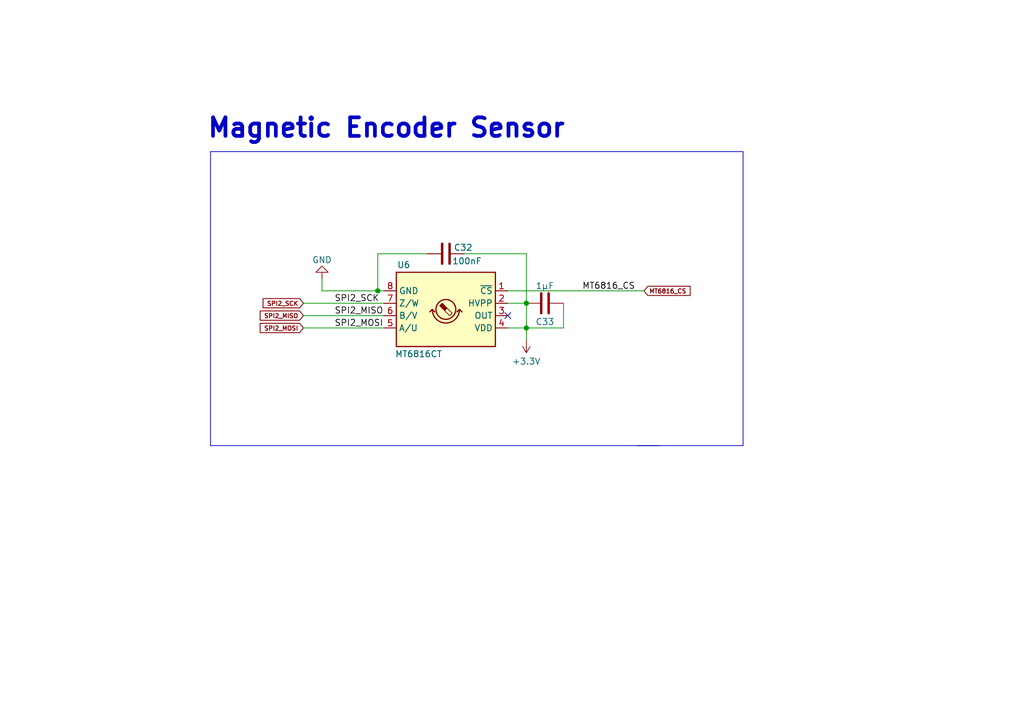
<source format=kicad_sch>
(kicad_sch (version 20231120) (generator "eeschema") (generator_version "8.0")
  (paper "A5")
  (title_block (title "Encoder ") (date "2025-01-01") (rev "0.1") (comment 1 "From Ali M"))
  (lib_symbols
    (symbol "Device:C" (pin_numbers hide) (pin_names (offset 0.254))
      (property "Reference" "C" (at 0.635 2.54 0))
      (property "Value" "C" (at 0.635 -2.54 0))
      (symbol "C_0_1"
        (polyline (pts (xy -2.032 -0.762) (xy 2.032 -0.762)) (stroke (width 0.508)))
        (polyline (pts (xy -2.032 0.762) (xy 2.032 0.762)) (stroke (width 0.508)))
      )
      (symbol "C_1_1"
        (pin passive line (at 0 3.81 270) (length 2.794) (name "~") (number "1"))
        (pin passive line (at 0 -3.81 90) (length 2.794) (name "~") (number "2"))
      )
    )
    (symbol "Sensor_Magnetic:MT6816CT"
      (property "Reference" "U" (at -17.78 16.51 0))
      (property "Value" "MT6816CT" (at -1.27 16.51 0))
      (symbol "MT6816CT_1_1"
        (rectangle (start -17.78 15.24) (end 2.54 0) (stroke (width 0.254)) (fill (type background)))
        (arc (start -10.414 7.62) (mid -7.62 4.8381) (end -4.826 7.62) (stroke (width 0.254)))
        (circle (center -7.62 7.62) (radius 2.032) (stroke (width 0.254)))
        (polyline (pts (xy -10.414 7.62) (xy -10.922 7.112)) (stroke (width 0.254)))
        (polyline (pts (xy -10.414 7.62) (xy -9.906 7.112)) (stroke (width 0.254)))
        (polyline (pts (xy -4.826 7.62) (xy -5.334 7.112)) (stroke (width 0.254)))
        (polyline (pts (xy -4.826 7.62) (xy -4.318 7.112)) (stroke (width 0.254)))
        (polyline (pts (xy -7.874 7.874) (xy -8.89 6.858) (xy -8.382 6.35) (xy -7.366 7.366)))
        (polyline (pts (xy -6.858 8.89) (xy -7.874 7.874) (xy -7.366 7.366) (xy -6.35 8.382) (xy -6.604 8.636) (xy -6.858 8.89) (xy -6.985 8.763)) (fill (type outline)))
        (pin input line (at -20.32 11.43 0) (length 2.54) (name "~{CS}") (number "1"))
        (pin input line (at -20.32 8.89 0) (length 2.54) (name "HVPP") (number "2"))
        (pin output line (at -20.32 6.35 0) (length 2.54) (name "OUT") (number "3"))
        (pin power_in line (at -20.32 3.81 0) (length 2.54) (name "VDD") (number "4"))
        (pin output line (at 5.08 3.81 180) (length 2.54) (name "A/U") (number "5"))
        (pin output line (at 5.08 6.35 180) (length 2.54) (name "B/V") (number "6"))
        (pin output line (at 5.08 8.89 180) (length 2.54) (name "Z/W") (number "7"))
        (pin power_in line (at 5.08 11.43 180) (length 2.54) (name "GND") (number "8"))
      )
    )
    (symbol "power:+3.3V" (power) (pin_numbers hide) (pin_names (offset 0) hide)
      (property "Value" "+3.3V" (at 0 3.556 0))
      (symbol "+3.3V_0_1"
        (polyline (pts (xy -0.762 1.27) (xy 0 2.54)))
        (polyline (pts (xy 0 0) (xy 0 2.54)))
        (polyline (pts (xy 0 2.54) (xy 0.762 1.27)))
      )
      (symbol "+3.3V_1_1"
        (pin power_in line (at 0 0 90) (length 0) (name "~") (number "1"))
      )
    )
    (symbol "power:GND" (power) (pin_numbers hide) (pin_names (offset 0) hide)
      (property "Value" "GND" (at 0 -3.81 0))
      (symbol "GND_0_1"
        (polyline (pts (xy 0 0) (xy 0 -1.27) (xy 1.27 -1.27) (xy 0 -2.54) (xy -1.27 -1.27) (xy 0 -1.27)))
      )
      (symbol "GND_1_1"
        (pin power_in line (at 0 0 270) (length 0) (name "~") (number "1"))
      )
    )
  )
  (junction (at 77.47 59.69))
  (junction (at 107.95 62.23))
  (junction (at 107.95 67.31))
  (no_connect (at 104.14 64.77))
  (wire (pts (xy 62.23 64.77) (xy 78.74 64.77)))
  (wire (pts (xy 107.95 62.23) (xy 107.95 67.31)))
  (wire (pts (xy 66.04 57.15) (xy 66.04 59.69)))
  (polyline (pts (xy 152.4 31.115) (xy 152.4 91.44)))
  (wire (pts (xy 62.23 67.31) (xy 78.74 67.31)))
  (polyline (pts (xy 134.62 91.44) (xy 130.81 91.44)))
  (wire (pts (xy 107.95 69.85) (xy 107.95 67.31)))
  (wire (pts (xy 115.57 62.23) (xy 115.57 67.31)))
  (polyline (pts (xy 43.18 31.115) (xy 152.4 31.115)))
  (wire (pts (xy 107.95 62.23) (xy 104.14 62.23)))
  (wire (pts (xy 95.25 52.07) (xy 107.95 52.07)))
  (wire (pts (xy 104.14 67.31) (xy 107.95 67.31)))
  (wire (pts (xy 62.23 62.23) (xy 78.74 62.23)))
  (wire (pts (xy 107.95 52.07) (xy 107.95 62.23)))
  (polyline (pts (xy 43.18 91.44) (xy 43.18 31.115)))
  (wire (pts (xy 115.57 67.31) (xy 107.95 67.31)))
  (wire (pts (xy 77.47 59.69) (xy 78.74 59.69)))
  (polyline (pts (xy 152.4 91.44) (xy 130.81 91.44)))
  (polyline (pts (xy 130.81 91.44) (xy 43.18 91.44)))
  (polyline (pts (xy 130.81 91.44) (xy 135.255 91.44)))
  (wire (pts (xy 77.47 59.69) (xy 77.47 52.07)))
  (wire (pts (xy 104.14 59.69) (xy 132.08 59.69)))
  (wire (pts (xy 77.47 52.07) (xy 87.63 52.07)))
  (wire (pts (xy 66.04 59.69) (xy 77.47 59.69)))
  (text "Magnetic Encoder Sensor" (at 79.248 26.416 0) (effects (font (size 3.81 3.81) (thickness 0.762) (bold yes))))
  (label "SPI2_MOSI" (at 68.58 67.31 0))
  (label "SPI2_MISO" (at 68.58 64.77 0))
  (label "SPI2_SCK" (at 68.58 62.23 0))
  (label "MT6816_CS" (at 119.38 59.69 0))
  (global_label "MT6816_CS" (shape input) (at 132.08 59.69 0) (effects (font (size 0.889 0.889) (thickness 0.1778) (bold yes))) (property "Intersheetrefs" "${INTERSHEET_REFS}" (effects (hide yes))))
  (global_label "SPI2_MOSI" (shape input) (at 62.23 67.31 180) (effects (font (size 0.889 0.889) (thickness 0.1778) (bold yes))) (property "Intersheetrefs" "${INTERSHEET_REFS}" (effects (hide yes))))
  (global_label "SPI2_MISO" (shape input) (at 62.23 64.77 180) (effects (font (size 0.889 0.889) (thickness 0.1778) (bold yes))) (property "Intersheetrefs" "${INTERSHEET_REFS}" (effects (hide yes))))
  (global_label "SPI2_SCK" (shape input) (at 62.23 62.23 180) (effects (font (size 0.889 0.889) (thickness 0.1778) (bold yes))) (property "Intersheetrefs" "${INTERSHEET_REFS}" (effects (hide yes))))
  (symbol (lib_id "Device:C") (at 111.76 62.23 90) (mirror x) (unit 1)
    (property "Reference" "C33" (at 111.76 66.04 90))
    (property "Value" "1µF" (at 111.76 58.674 90))
    (property "Footprint" "Capacitor_SMD:C_0402_1005Metric" (effects (hide yes)))
    (property "Description" "Unpolarized capacitor" (effects (hide yes)))
  )
  (symbol (lib_id "power:+3.3V") (at 107.95 69.85 0) (mirror x) (unit 1)
    (property "Reference" "#PWR060" (effects (hide yes)))
    (property "Value" "+3.3V" (at 107.95 74.168 0))
    (property "Description" "Power symbol creates a global label with name \"+3.3V\"" (effects (hide yes)))
  )
  (symbol (lib_id "Sensor_Magnetic:MT6816CT") (at 83.82 71.12 0) (mirror y) (unit 1)
    (property "Reference" "U6" (at 82.804 54.356 0))
    (property "Value" "MT6816CT" (at 85.852 72.644 0))
    (property "Footprint" "Package_SO:SO-8_3.9x4.9mm_P1.27mm" (effects (hide yes)))
    (property "Datasheet" "http://www.magntek.com.cn/upload/MT6816_Rev.2.0.pdf" (effects (hide yes)))
    (property "Description" "High Speed & High Resolution Magnetic Angle Sensor IC, SOIC-8" (effects (hide yes)))
  )
  (symbol (lib_id "power:GND") (at 66.04 57.15 0) (mirror x) (unit 1)
    (property "Reference" "#PWR059" (effects (hide yes)))
    (property "Value" "GND" (at 66.04 53.34 0))
    (property "Description" "Power symbol creates a global label with name \"GND\" , ground" (effects (hide yes)))
  )
  (symbol (lib_id "Device:C") (at 91.44 52.07 270) (mirror x) (unit 1)
    (property "Reference" "C32" (at 94.996 50.8 90))
    (property "Value" "100nF" (at 95.758 53.594 90))
    (property "Footprint" "Capacitor_SMD:C_0402_1005Metric" (effects (hide yes)))
    (property "Description" "Unpolarized capacitor" (effects (hide yes)))
  )
)
</source>
